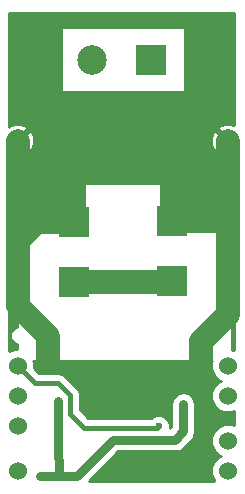
<source format=gbl>
G04 #@! TF.FileFunction,Copper,L2,Bot,Signal*
%FSLAX46Y46*%
G04 Gerber Fmt 4.6, Leading zero omitted, Abs format (unit mm)*
G04 Created by KiCad (PCBNEW 4.0.6+dfsg1-1) date Thu Mar 15 12:50:15 2018*
%MOMM*%
%LPD*%
G01*
G04 APERTURE LIST*
%ADD10C,0.100000*%
%ADD11R,2.500000X2.550000*%
%ADD12R,2.500000X2.500000*%
%ADD13C,2.500000*%
%ADD14C,1.524000*%
%ADD15C,0.100000*%
%ADD16C,0.600000*%
%ADD17C,0.400000*%
%ADD18C,0.750000*%
%ADD19C,2.000000*%
%ADD20C,0.254000*%
G04 APERTURE END LIST*
D10*
D11*
X124200000Y-63925000D03*
X124200000Y-58875000D03*
D12*
X130800000Y-45200000D03*
D13*
X125800000Y-45200000D03*
D14*
X137250000Y-79930000D03*
X137250000Y-77390000D03*
X137250000Y-73580000D03*
X137250000Y-71040000D03*
X119470000Y-79930000D03*
X119470000Y-51990000D03*
X137250000Y-51990000D03*
X119470000Y-76120000D03*
X119470000Y-73580000D03*
X119470000Y-71040000D03*
D15*
X119470000Y-68500000D03*
D11*
X132550000Y-63875000D03*
X132550000Y-58825000D03*
D16*
X131400000Y-76150000D03*
X129600000Y-63900000D03*
X128400000Y-63900000D03*
X126000000Y-63900000D03*
X127200000Y-63900000D03*
X130800000Y-63900000D03*
X132550000Y-63875000D03*
X124200000Y-63925000D03*
X123000000Y-80400000D03*
X122900000Y-74000000D03*
X121400000Y-80400000D03*
X125675000Y-79200000D03*
X133500000Y-74300000D03*
X130725000Y-79200000D03*
X135100000Y-78400000D03*
X133300000Y-78400000D03*
X124400000Y-54750000D03*
X132400000Y-54750000D03*
D17*
X119470000Y-71040000D02*
X120930000Y-72500000D01*
X122900000Y-72500000D02*
X120930000Y-72500000D01*
X123900000Y-73500000D02*
X122900000Y-72500000D01*
X123900000Y-75100000D02*
X123900000Y-73500000D01*
X125100000Y-76300000D02*
X123900000Y-75100000D01*
X131250000Y-76300000D02*
X125100000Y-76300000D01*
X131250000Y-76300000D02*
X131400000Y-76150000D01*
D18*
X128400000Y-63900000D02*
X129600000Y-63900000D01*
X124200000Y-63925000D02*
X125975000Y-63925000D01*
X125975000Y-63925000D02*
X126000000Y-63900000D01*
X127200000Y-63900000D02*
X126000000Y-63900000D01*
X128400000Y-63900000D02*
X127200000Y-63900000D01*
X130800000Y-63900000D02*
X130800000Y-63925000D01*
X130800000Y-63925000D02*
X130800000Y-63900000D01*
X130800000Y-63900000D02*
X130800000Y-63925000D01*
D19*
X132500000Y-63925000D02*
X132550000Y-63875000D01*
X132500000Y-63925000D02*
X130800000Y-63925000D01*
X130800000Y-63925000D02*
X124200000Y-63925000D01*
D18*
X123000000Y-79000000D02*
X123000000Y-80400000D01*
X122900000Y-78900000D02*
X123000000Y-79000000D01*
X122900000Y-74000000D02*
X122900000Y-78900000D01*
X123000000Y-80400000D02*
X121400000Y-80400000D01*
X125675000Y-79200000D02*
X125675000Y-79225000D01*
X124500000Y-80400000D02*
X123000000Y-80400000D01*
X125675000Y-79225000D02*
X124500000Y-80400000D01*
X133500000Y-76600000D02*
X133500000Y-74300000D01*
X132800000Y-77300000D02*
X133500000Y-76600000D01*
X127575000Y-77300000D02*
X132800000Y-77300000D01*
X127575000Y-77300000D02*
X125675000Y-79200000D01*
D19*
X132400000Y-54750000D02*
X132250000Y-54750000D01*
X131000000Y-53500000D02*
X124500000Y-53500000D01*
X132250000Y-54750000D02*
X131000000Y-53500000D01*
X124400000Y-54750000D02*
X132400000Y-54750000D01*
X132400000Y-54750000D02*
X132550000Y-54900000D01*
X132550000Y-57000000D02*
X133500000Y-57000000D01*
X134500000Y-56000000D02*
X134500000Y-57000000D01*
X133500000Y-57000000D02*
X134500000Y-56000000D01*
X132550000Y-57000000D02*
X132550000Y-57000000D01*
X134500000Y-57000000D02*
X135000000Y-57000000D01*
X135000000Y-57000000D02*
X136000000Y-56000000D01*
X132550000Y-57000000D02*
X132550000Y-57000000D01*
X132550000Y-57000000D02*
X135250000Y-57000000D01*
X135250000Y-57000000D02*
X137250000Y-59000000D01*
X132550000Y-58825000D02*
X137250000Y-58825000D01*
X137250000Y-58825000D02*
X137075000Y-59000000D01*
X137075000Y-59000000D02*
X137000000Y-59000000D01*
X137000000Y-59000000D02*
X137250000Y-59000000D01*
X123250000Y-56500000D02*
X122500000Y-56500000D01*
X122500000Y-56500000D02*
X122000000Y-56000000D01*
X121000000Y-56500000D02*
X121000000Y-58750000D01*
X123250000Y-56500000D02*
X124200000Y-56500000D01*
X121000000Y-58750000D02*
X123250000Y-56500000D01*
X119470000Y-58030000D02*
X119470000Y-59000000D01*
X121000000Y-56500000D02*
X119470000Y-58030000D01*
X124200000Y-58875000D02*
X121125000Y-58875000D01*
X121125000Y-58875000D02*
X119470000Y-60530000D01*
X119470000Y-60530000D02*
X119470000Y-59530000D01*
X119470000Y-59530000D02*
X120000000Y-59000000D01*
X120000000Y-59000000D02*
X119470000Y-59000000D01*
X119470000Y-59000000D02*
X119470000Y-59000000D01*
X119470000Y-54570000D02*
X119470000Y-59000000D01*
X119470000Y-59000000D02*
X119470000Y-65970000D01*
X122000000Y-68500000D02*
X122000000Y-70500000D01*
X119470000Y-65970000D02*
X122000000Y-68500000D01*
X137250000Y-54500000D02*
X137250000Y-59000000D01*
X137250000Y-59000000D02*
X137250000Y-66750000D01*
X135000000Y-69000000D02*
X135000000Y-71500000D01*
X137250000Y-66750000D02*
X135000000Y-69000000D01*
D18*
X130725000Y-79200000D02*
X130700000Y-79200000D01*
D19*
X132550000Y-58825000D02*
X132550000Y-57000000D01*
X132550000Y-57000000D02*
X132550000Y-54900000D01*
X132550000Y-54900000D02*
X132500000Y-54850000D01*
X124200000Y-58875000D02*
X124200000Y-56500000D01*
X124200000Y-56500000D02*
X124200000Y-54950000D01*
X124200000Y-54950000D02*
X124350000Y-54800000D01*
X119470000Y-54570000D02*
X119470000Y-51990000D01*
X119700000Y-54800000D02*
X119470000Y-54570000D01*
X124350000Y-54800000D02*
X119700000Y-54800000D01*
X124400000Y-54750000D02*
X124350000Y-54800000D01*
X137250000Y-54500000D02*
X137250000Y-51990000D01*
X136900000Y-54850000D02*
X137250000Y-54500000D01*
X132500000Y-54850000D02*
X136900000Y-54850000D01*
X132400000Y-54750000D02*
X132500000Y-54850000D01*
D20*
G36*
X135853243Y-70760900D02*
X135852758Y-71316661D01*
X136064990Y-71830303D01*
X136457630Y-72223629D01*
X136665512Y-72309949D01*
X136459697Y-72394990D01*
X136066371Y-72787630D01*
X135853243Y-73300900D01*
X135852758Y-73856661D01*
X136064990Y-74370303D01*
X136457630Y-74763629D01*
X136970900Y-74976757D01*
X137526661Y-74977242D01*
X137790000Y-74868433D01*
X137790000Y-76101578D01*
X137529100Y-75993243D01*
X136973339Y-75992758D01*
X136459697Y-76204990D01*
X136066371Y-76597630D01*
X135853243Y-77110900D01*
X135852758Y-77666661D01*
X136064990Y-78180303D01*
X136457630Y-78573629D01*
X136665512Y-78659949D01*
X136459697Y-78744990D01*
X136066371Y-79137630D01*
X135853243Y-79650900D01*
X135852758Y-80206661D01*
X136064990Y-80720303D01*
X136134565Y-80790000D01*
X125538356Y-80790000D01*
X126389178Y-79939178D01*
X126439519Y-79863837D01*
X127993356Y-78310000D01*
X132800000Y-78310000D01*
X133186510Y-78233118D01*
X133514178Y-78014178D01*
X134214175Y-77314180D01*
X134214178Y-77314178D01*
X134367418Y-77084838D01*
X134433118Y-76986511D01*
X134510000Y-76600000D01*
X134510000Y-74300000D01*
X134433118Y-73913490D01*
X134214178Y-73585822D01*
X133886510Y-73366882D01*
X133500000Y-73290000D01*
X133113490Y-73366882D01*
X132785822Y-73585822D01*
X132566882Y-73913490D01*
X132490000Y-74300000D01*
X132490000Y-76181645D01*
X132381644Y-76290000D01*
X132334879Y-76290000D01*
X132335162Y-75964833D01*
X132193117Y-75621057D01*
X131930327Y-75357808D01*
X131586799Y-75215162D01*
X131214833Y-75214838D01*
X130871057Y-75356883D01*
X130762751Y-75465000D01*
X125445868Y-75465000D01*
X124735000Y-74754132D01*
X124735000Y-73500000D01*
X124708179Y-73365162D01*
X124671440Y-73180460D01*
X124490434Y-72909566D01*
X123490434Y-71909566D01*
X123374902Y-71832370D01*
X123219541Y-71728561D01*
X122900000Y-71665000D01*
X121275868Y-71665000D01*
X120866812Y-71255944D01*
X120867242Y-70763339D01*
X120810908Y-70627000D01*
X135908843Y-70627000D01*
X135853243Y-70760900D01*
X135853243Y-70760900D01*
G37*
X135853243Y-70760900D02*
X135852758Y-71316661D01*
X136064990Y-71830303D01*
X136457630Y-72223629D01*
X136665512Y-72309949D01*
X136459697Y-72394990D01*
X136066371Y-72787630D01*
X135853243Y-73300900D01*
X135852758Y-73856661D01*
X136064990Y-74370303D01*
X136457630Y-74763629D01*
X136970900Y-74976757D01*
X137526661Y-74977242D01*
X137790000Y-74868433D01*
X137790000Y-76101578D01*
X137529100Y-75993243D01*
X136973339Y-75992758D01*
X136459697Y-76204990D01*
X136066371Y-76597630D01*
X135853243Y-77110900D01*
X135852758Y-77666661D01*
X136064990Y-78180303D01*
X136457630Y-78573629D01*
X136665512Y-78659949D01*
X136459697Y-78744990D01*
X136066371Y-79137630D01*
X135853243Y-79650900D01*
X135852758Y-80206661D01*
X136064990Y-80720303D01*
X136134565Y-80790000D01*
X125538356Y-80790000D01*
X126389178Y-79939178D01*
X126439519Y-79863837D01*
X127993356Y-78310000D01*
X132800000Y-78310000D01*
X133186510Y-78233118D01*
X133514178Y-78014178D01*
X134214175Y-77314180D01*
X134214178Y-77314178D01*
X134367418Y-77084838D01*
X134433118Y-76986511D01*
X134510000Y-76600000D01*
X134510000Y-74300000D01*
X134433118Y-73913490D01*
X134214178Y-73585822D01*
X133886510Y-73366882D01*
X133500000Y-73290000D01*
X133113490Y-73366882D01*
X132785822Y-73585822D01*
X132566882Y-73913490D01*
X132490000Y-74300000D01*
X132490000Y-76181645D01*
X132381644Y-76290000D01*
X132334879Y-76290000D01*
X132335162Y-75964833D01*
X132193117Y-75621057D01*
X131930327Y-75357808D01*
X131586799Y-75215162D01*
X131214833Y-75214838D01*
X130871057Y-75356883D01*
X130762751Y-75465000D01*
X125445868Y-75465000D01*
X124735000Y-74754132D01*
X124735000Y-73500000D01*
X124708179Y-73365162D01*
X124671440Y-73180460D01*
X124490434Y-72909566D01*
X123490434Y-71909566D01*
X123374902Y-71832370D01*
X123219541Y-71728561D01*
X122900000Y-71665000D01*
X121275868Y-71665000D01*
X120866812Y-71255944D01*
X120867242Y-70763339D01*
X120810908Y-70627000D01*
X135908843Y-70627000D01*
X135853243Y-70760900D01*
G36*
X137790000Y-50699410D02*
X137457698Y-50580856D01*
X136902632Y-50608638D01*
X136518857Y-50767603D01*
X136449392Y-51009787D01*
X137250000Y-51810395D01*
X137264143Y-51796253D01*
X137443748Y-51975858D01*
X137429605Y-51990000D01*
X137443748Y-52004143D01*
X137264143Y-52183748D01*
X137250000Y-52169605D01*
X136449392Y-52970213D01*
X136518857Y-53212397D01*
X137042302Y-53399144D01*
X137597368Y-53371362D01*
X137790000Y-53291571D01*
X137790000Y-69751578D01*
X137627000Y-69683895D01*
X137627000Y-54000000D01*
X137618315Y-53953841D01*
X137591035Y-53911447D01*
X137549410Y-53883006D01*
X137500000Y-53873000D01*
X119500000Y-53873000D01*
X119453841Y-53881685D01*
X119411447Y-53908965D01*
X119383006Y-53950590D01*
X119373000Y-54000000D01*
X119373000Y-67814915D01*
X119334343Y-67814881D01*
X119082486Y-67918947D01*
X118889624Y-68111472D01*
X118785119Y-68363147D01*
X118784881Y-68635657D01*
X118888947Y-68887514D01*
X119081472Y-69080376D01*
X119333147Y-69184881D01*
X119373000Y-69184916D01*
X119373000Y-69642915D01*
X119193339Y-69642758D01*
X118710000Y-69842469D01*
X118710000Y-53111789D01*
X118738857Y-53212397D01*
X119262302Y-53399144D01*
X119817368Y-53371362D01*
X120201143Y-53212397D01*
X120270608Y-52970213D01*
X119470000Y-52169605D01*
X119455858Y-52183748D01*
X119276253Y-52004143D01*
X119290395Y-51990000D01*
X119649605Y-51990000D01*
X120450213Y-52790608D01*
X120692397Y-52721143D01*
X120879144Y-52197698D01*
X120858353Y-51782302D01*
X135840856Y-51782302D01*
X135868638Y-52337368D01*
X136027603Y-52721143D01*
X136269787Y-52790608D01*
X137070395Y-51990000D01*
X136269787Y-51189392D01*
X136027603Y-51258857D01*
X135840856Y-51782302D01*
X120858353Y-51782302D01*
X120851362Y-51642632D01*
X120692397Y-51258857D01*
X120450213Y-51189392D01*
X119649605Y-51990000D01*
X119290395Y-51990000D01*
X119276253Y-51975858D01*
X119455858Y-51796253D01*
X119470000Y-51810395D01*
X120270608Y-51009787D01*
X120201143Y-50767603D01*
X119677698Y-50580856D01*
X119122632Y-50608638D01*
X118738857Y-50767603D01*
X118710000Y-50868211D01*
X118710000Y-42500000D01*
X123123000Y-42500000D01*
X123123000Y-47750000D01*
X123131685Y-47796159D01*
X123158965Y-47838553D01*
X123200590Y-47866994D01*
X123250000Y-47877000D01*
X133500000Y-47877000D01*
X133546159Y-47868315D01*
X133588553Y-47841035D01*
X133616994Y-47799410D01*
X133627000Y-47750000D01*
X133627000Y-42500000D01*
X133618315Y-42453841D01*
X133591035Y-42411447D01*
X133549410Y-42383006D01*
X133500000Y-42373000D01*
X123250000Y-42373000D01*
X123203841Y-42381685D01*
X123161447Y-42408965D01*
X123133006Y-42450590D01*
X123123000Y-42500000D01*
X118710000Y-42500000D01*
X118710000Y-41210000D01*
X137790000Y-41210000D01*
X137790000Y-50699410D01*
X137790000Y-50699410D01*
G37*
X137790000Y-50699410D02*
X137457698Y-50580856D01*
X136902632Y-50608638D01*
X136518857Y-50767603D01*
X136449392Y-51009787D01*
X137250000Y-51810395D01*
X137264143Y-51796253D01*
X137443748Y-51975858D01*
X137429605Y-51990000D01*
X137443748Y-52004143D01*
X137264143Y-52183748D01*
X137250000Y-52169605D01*
X136449392Y-52970213D01*
X136518857Y-53212397D01*
X137042302Y-53399144D01*
X137597368Y-53371362D01*
X137790000Y-53291571D01*
X137790000Y-69751578D01*
X137627000Y-69683895D01*
X137627000Y-54000000D01*
X137618315Y-53953841D01*
X137591035Y-53911447D01*
X137549410Y-53883006D01*
X137500000Y-53873000D01*
X119500000Y-53873000D01*
X119453841Y-53881685D01*
X119411447Y-53908965D01*
X119383006Y-53950590D01*
X119373000Y-54000000D01*
X119373000Y-67814915D01*
X119334343Y-67814881D01*
X119082486Y-67918947D01*
X118889624Y-68111472D01*
X118785119Y-68363147D01*
X118784881Y-68635657D01*
X118888947Y-68887514D01*
X119081472Y-69080376D01*
X119333147Y-69184881D01*
X119373000Y-69184916D01*
X119373000Y-69642915D01*
X119193339Y-69642758D01*
X118710000Y-69842469D01*
X118710000Y-53111789D01*
X118738857Y-53212397D01*
X119262302Y-53399144D01*
X119817368Y-53371362D01*
X120201143Y-53212397D01*
X120270608Y-52970213D01*
X119470000Y-52169605D01*
X119455858Y-52183748D01*
X119276253Y-52004143D01*
X119290395Y-51990000D01*
X119649605Y-51990000D01*
X120450213Y-52790608D01*
X120692397Y-52721143D01*
X120879144Y-52197698D01*
X120858353Y-51782302D01*
X135840856Y-51782302D01*
X135868638Y-52337368D01*
X136027603Y-52721143D01*
X136269787Y-52790608D01*
X137070395Y-51990000D01*
X136269787Y-51189392D01*
X136027603Y-51258857D01*
X135840856Y-51782302D01*
X120858353Y-51782302D01*
X120851362Y-51642632D01*
X120692397Y-51258857D01*
X120450213Y-51189392D01*
X119649605Y-51990000D01*
X119290395Y-51990000D01*
X119276253Y-51975858D01*
X119455858Y-51796253D01*
X119470000Y-51810395D01*
X120270608Y-51009787D01*
X120201143Y-50767603D01*
X119677698Y-50580856D01*
X119122632Y-50608638D01*
X118738857Y-50767603D01*
X118710000Y-50868211D01*
X118710000Y-42500000D01*
X123123000Y-42500000D01*
X123123000Y-47750000D01*
X123131685Y-47796159D01*
X123158965Y-47838553D01*
X123200590Y-47866994D01*
X123250000Y-47877000D01*
X133500000Y-47877000D01*
X133546159Y-47868315D01*
X133588553Y-47841035D01*
X133616994Y-47799410D01*
X133627000Y-47750000D01*
X133627000Y-42500000D01*
X133618315Y-42453841D01*
X133591035Y-42411447D01*
X133549410Y-42383006D01*
X133500000Y-42373000D01*
X123250000Y-42373000D01*
X123203841Y-42381685D01*
X123161447Y-42408965D01*
X123133006Y-42450590D01*
X123123000Y-42500000D01*
X118710000Y-42500000D01*
X118710000Y-41210000D01*
X137790000Y-41210000D01*
X137790000Y-50699410D01*
M02*

</source>
